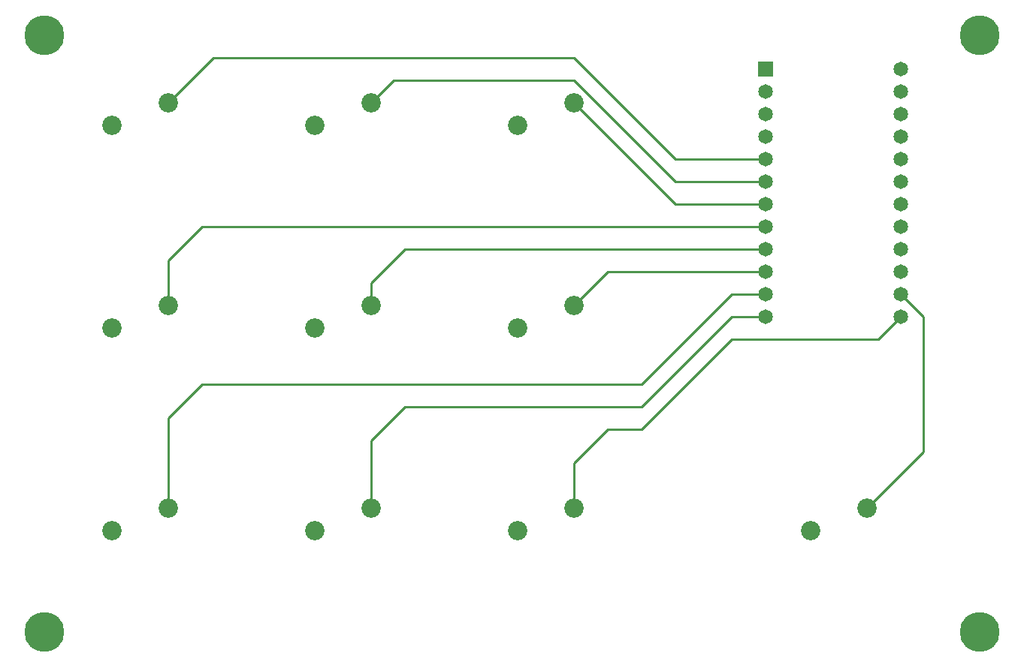
<source format=gtl>
G04 Layer: TopLayer*
G04 EasyEDA v6.5.15, 2022-10-06 21:05:49*
G04 02616795a82046b39c2d9b7b0e6847de,2aca8c30024240cd9b3e98be76b4c399,10*
G04 Gerber Generator version 0.2*
G04 Scale: 100 percent, Rotated: No, Reflected: No *
G04 Dimensions in millimeters *
G04 leading zeros omitted , absolute positions ,4 integer and 5 decimal *
%FSLAX45Y45*%
%MOMM*%

%ADD10C,0.2540*%
%ADD11C,1.6510*%
%ADD12R,1.6510X1.6510*%
%ADD13C,2.1844*%
%ADD14C,4.5000*%

%LPD*%
D10*
X10922000Y-6858000D02*
G01*
X11557000Y-6223000D01*
X11557000Y-4699000D01*
X11303000Y-4445000D01*
X3048000Y-2286000D02*
G01*
X3556000Y-1778000D01*
X7620000Y-1778000D01*
X8763000Y-2921000D01*
X9779000Y-2921000D01*
X5334000Y-2286000D02*
G01*
X5588000Y-2032000D01*
X7620000Y-2032000D01*
X8763000Y-3175000D01*
X9779000Y-3175000D01*
X7620000Y-2286000D02*
G01*
X8763000Y-3429000D01*
X9779000Y-3429000D01*
X7620000Y-6858000D02*
G01*
X7620000Y-6350000D01*
X8001000Y-5969000D01*
X8382000Y-5969000D01*
X9398000Y-4953000D01*
X11049000Y-4953000D01*
X11303000Y-4699000D01*
X5334000Y-6858000D02*
G01*
X5334000Y-6096000D01*
X5715000Y-5715000D01*
X8382000Y-5715000D01*
X9398000Y-4699000D01*
X9779000Y-4699000D01*
X3048000Y-6858000D02*
G01*
X3048000Y-5842000D01*
X3429000Y-5461000D01*
X8382000Y-5461000D01*
X9398000Y-4445000D01*
X9779000Y-4445000D01*
X7620000Y-4572000D02*
G01*
X8001000Y-4191000D01*
X9779000Y-4191000D01*
X5334000Y-4572000D02*
G01*
X5334000Y-4318000D01*
X5715000Y-3937000D01*
X9779000Y-3937000D01*
X3048000Y-4572000D02*
G01*
X3048000Y-4064000D01*
X3429000Y-3683000D01*
X9779000Y-3683000D01*
D11*
G01*
X9779000Y-4699000D03*
G01*
X9779000Y-4445000D03*
G01*
X9779000Y-4191000D03*
G01*
X9779000Y-3937000D03*
G01*
X9779000Y-3683000D03*
G01*
X9779000Y-3429000D03*
G01*
X9779000Y-3175000D03*
G01*
X9779000Y-2921000D03*
G01*
X9779000Y-2667000D03*
G01*
X9779000Y-2413000D03*
G01*
X9779000Y-2159000D03*
D12*
G01*
X9779000Y-1905000D03*
D11*
G01*
X11303000Y-1905000D03*
G01*
X11303000Y-2159000D03*
G01*
X11303000Y-2413000D03*
G01*
X11303000Y-2667000D03*
G01*
X11303000Y-2921000D03*
G01*
X11303000Y-3175000D03*
G01*
X11303000Y-3429000D03*
G01*
X11303000Y-3683000D03*
G01*
X11303000Y-3937000D03*
G01*
X11303000Y-4191000D03*
G01*
X11303000Y-4445000D03*
G01*
X11303000Y-4699000D03*
D13*
G01*
X2413000Y-2540000D03*
G01*
X3048000Y-2286000D03*
G01*
X4699000Y-2540000D03*
G01*
X5334000Y-2286000D03*
G01*
X6985000Y-2540000D03*
G01*
X7620000Y-2286000D03*
G01*
X2413000Y-4826000D03*
G01*
X3048000Y-4572000D03*
G01*
X4699000Y-4826000D03*
G01*
X5334000Y-4572000D03*
G01*
X6985000Y-4826000D03*
G01*
X7620000Y-4572000D03*
G01*
X2413000Y-7112000D03*
G01*
X3048000Y-6858000D03*
G01*
X4699000Y-7112000D03*
G01*
X5334000Y-6858000D03*
G01*
X6985000Y-7112000D03*
G01*
X7620000Y-6858000D03*
G01*
X10287000Y-7112000D03*
G01*
X10922000Y-6858000D03*
D14*
G01*
X1651000Y-1524000D03*
G01*
X1651000Y-8255000D03*
G01*
X12192000Y-8255000D03*
G01*
X12192000Y-1524000D03*
M02*

</source>
